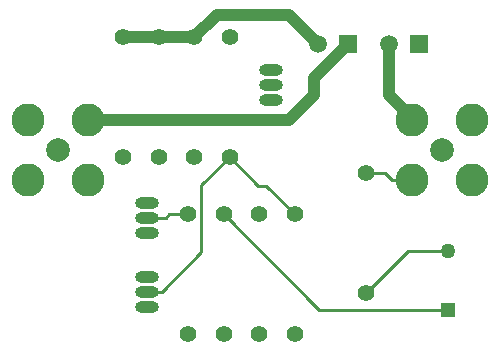
<source format=gbl>
G04*
G04 #@! TF.GenerationSoftware,Altium Limited,Altium Designer,23.1.1 (15)*
G04*
G04 Layer_Physical_Order=2*
G04 Layer_Color=16711680*
%FSLAX44Y44*%
%MOMM*%
G71*
G04*
G04 #@! TF.SameCoordinates,0DFFAB6A-596F-4881-A06D-93F658BA65A8*
G04*
G04*
G04 #@! TF.FilePolarity,Positive*
G04*
G01*
G75*
%ADD12C,0.2540*%
%ADD24C,1.0000*%
%ADD25C,2.0000*%
%ADD26C,2.8000*%
%ADD27C,1.4000*%
%ADD28R,1.2750X1.2750*%
%ADD29C,1.2750*%
%ADD30O,2.0000X1.0000*%
%ADD31O,2.0000X1.0000*%
%ADD32R,1.5000X1.5000*%
%ADD33C,1.5000*%
D12*
X347702Y144600D02*
X364600D01*
X325000Y150800D02*
X341502D01*
X347702Y144600D01*
X360800Y85000D02*
X395000D01*
X325000Y49200D02*
X360800Y85000D01*
X186054Y140254D02*
X210000Y164200D01*
X186054Y83552D02*
Y140254D01*
X152502Y50000D02*
X186054Y83552D01*
X140000Y50000D02*
X152502D01*
X240860Y139940D02*
X265000Y115800D01*
X234260Y139940D02*
X240860D01*
X210000Y164200D02*
X234260Y139940D01*
X205000Y115800D02*
X285800Y35000D01*
X395000D01*
X158928Y115800D02*
X175000D01*
X155828Y112700D02*
X158928Y115800D01*
X140000Y112700D02*
X155828D01*
D24*
X90400Y195400D02*
X260400D01*
X281547Y216547D01*
Y231147D01*
X310400Y260000D01*
X345000Y216812D02*
X364600Y197213D01*
X345000Y216812D02*
Y260000D01*
X364600Y195400D02*
Y197213D01*
X180000Y265800D02*
X199200Y285000D01*
X260000D01*
X285000Y260000D01*
X150000Y265800D02*
X180000D01*
X120000D02*
X150000D01*
D25*
X65000Y170000D02*
D03*
X390000D02*
D03*
D26*
X90400Y144600D02*
D03*
Y195400D02*
D03*
X39600D02*
D03*
Y144600D02*
D03*
X364600Y195400D02*
D03*
Y144600D02*
D03*
X415400D02*
D03*
Y195400D02*
D03*
D27*
X120000Y265800D02*
D03*
Y164200D02*
D03*
X150000D02*
D03*
Y265800D02*
D03*
X180000Y164200D02*
D03*
Y265800D02*
D03*
X210000Y164200D02*
D03*
Y265800D02*
D03*
X175000Y14200D02*
D03*
Y115800D02*
D03*
X235000Y14200D02*
D03*
Y115800D02*
D03*
X265000Y14200D02*
D03*
Y115800D02*
D03*
X325000Y150800D02*
D03*
Y49200D02*
D03*
X205000Y14200D02*
D03*
Y115800D02*
D03*
D28*
X395000Y35000D02*
D03*
D29*
Y85000D02*
D03*
D30*
X140000Y62700D02*
D03*
Y37300D02*
D03*
Y125400D02*
D03*
Y100000D02*
D03*
X245000Y212300D02*
D03*
Y237700D02*
D03*
D31*
X140000Y50000D02*
D03*
Y112700D02*
D03*
X245000Y225000D02*
D03*
D32*
X310400Y260000D02*
D03*
X370400D02*
D03*
D33*
X285000D02*
D03*
X345000D02*
D03*
M02*

</source>
